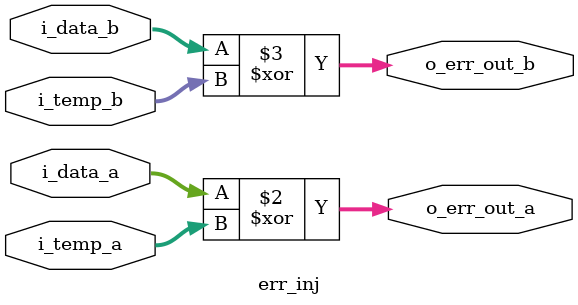
<source format=sv>

module err_inj#(parameter DATA_A = 16,
                parameter DATA_B = DATA_A
               )(
                input      [DATA_A-1:0]  i_data_a,    // Input hamming_encoded word for port-a.
                input      [DATA_B-1:0]  i_data_b,    // Input hamming_encoded word for port-b.
                input      [DATA_A-1:0]  i_temp_a,    // Error input for port-a.
                input      [DATA_B-1:0]  i_temp_b,    // Error input for port-b.

                output reg [DATA_A-1:0]  o_err_out_a, // Corrupted hamming_encoded output for port-a.
                output reg [DATA_B-1:0]  o_err_out_b  // Corrupted hamming_encoded output for port-b.
                );
  
  // This procedural block performs XOR opeartion of the hamming_encoded word,
  // with the bit mask error input that can be a one-bit, two-bit or no-bit
  // error.
  always@(*)
  begin
    o_err_out_a = i_data_a  ^  i_temp_a;
    o_err_out_b = i_data_b  ^  i_temp_b;	
  end
  
endmodule

</source>
